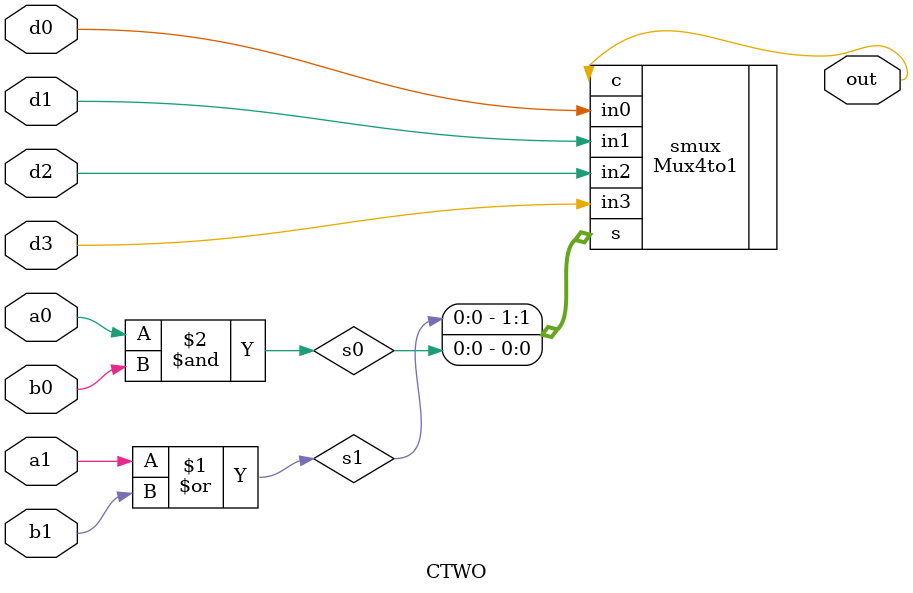
<source format=v>
`timescale 1ns/1ns

module CTWO(d0, d1, d2, d3, a0, a1, b0, b1, out);
    input d0, d1, d2, d3, a0, a1, b0, b1;
    output out;

    wire s0,s1;

    assign s1 = a1 | b1;
    
    assign s0 = a0 & b0;

    Mux4to1 #(1) smux(.s({s1,s0})
    , .in0(d0)  
    , .in1(d1)  
    , .in2(d2) 
    , .in3(d3)  
    , .c(out)
    );

endmodule
</source>
